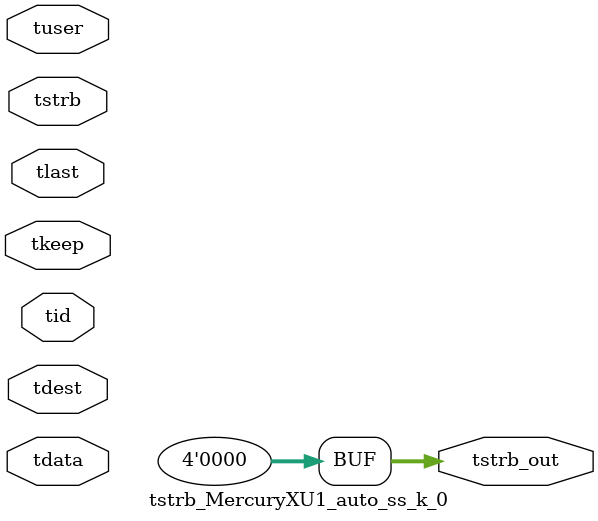
<source format=v>


`timescale 1ps/1ps

module tstrb_MercuryXU1_auto_ss_k_0 #
(
parameter C_S_AXIS_TDATA_WIDTH = 32,
parameter C_S_AXIS_TUSER_WIDTH = 0,
parameter C_S_AXIS_TID_WIDTH   = 0,
parameter C_S_AXIS_TDEST_WIDTH = 0,
parameter C_M_AXIS_TDATA_WIDTH = 32
)
(
input  [(C_S_AXIS_TDATA_WIDTH == 0 ? 1 : C_S_AXIS_TDATA_WIDTH)-1:0     ] tdata,
input  [(C_S_AXIS_TUSER_WIDTH == 0 ? 1 : C_S_AXIS_TUSER_WIDTH)-1:0     ] tuser,
input  [(C_S_AXIS_TID_WIDTH   == 0 ? 1 : C_S_AXIS_TID_WIDTH)-1:0       ] tid,
input  [(C_S_AXIS_TDEST_WIDTH == 0 ? 1 : C_S_AXIS_TDEST_WIDTH)-1:0     ] tdest,
input  [(C_S_AXIS_TDATA_WIDTH/8)-1:0 ] tkeep,
input  [(C_S_AXIS_TDATA_WIDTH/8)-1:0 ] tstrb,
input                                                                    tlast,
output [(C_M_AXIS_TDATA_WIDTH/8)-1:0 ] tstrb_out
);

assign tstrb_out = {1'b0};

endmodule


</source>
